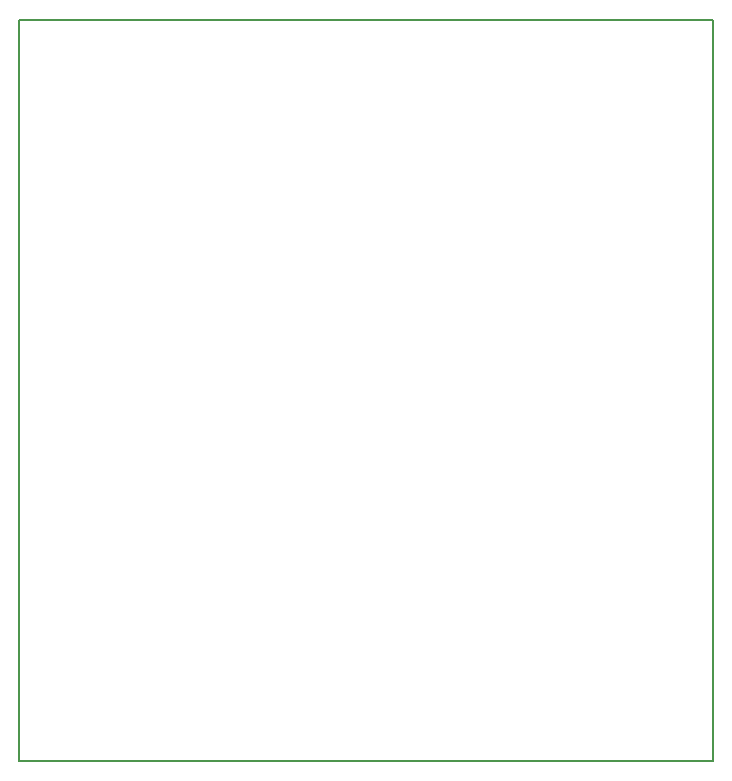
<source format=gbo>
G04 MADE WITH FRITZING*
G04 WWW.FRITZING.ORG*
G04 DOUBLE SIDED*
G04 HOLES PLATED*
G04 CONTOUR ON CENTER OF CONTOUR VECTOR*
%ASAXBY*%
%FSLAX23Y23*%
%MOIN*%
%OFA0B0*%
%SFA1.0B1.0*%
%ADD10R,2.322830X2.480310X2.306830X2.464310*%
%ADD11C,0.008000*%
%LNSILK0*%
G90*
G70*
G54D11*
X4Y2476D02*
X2319Y2476D01*
X2319Y4D01*
X4Y4D01*
X4Y2476D01*
D02*
G04 End of Silk0*
M02*
</source>
